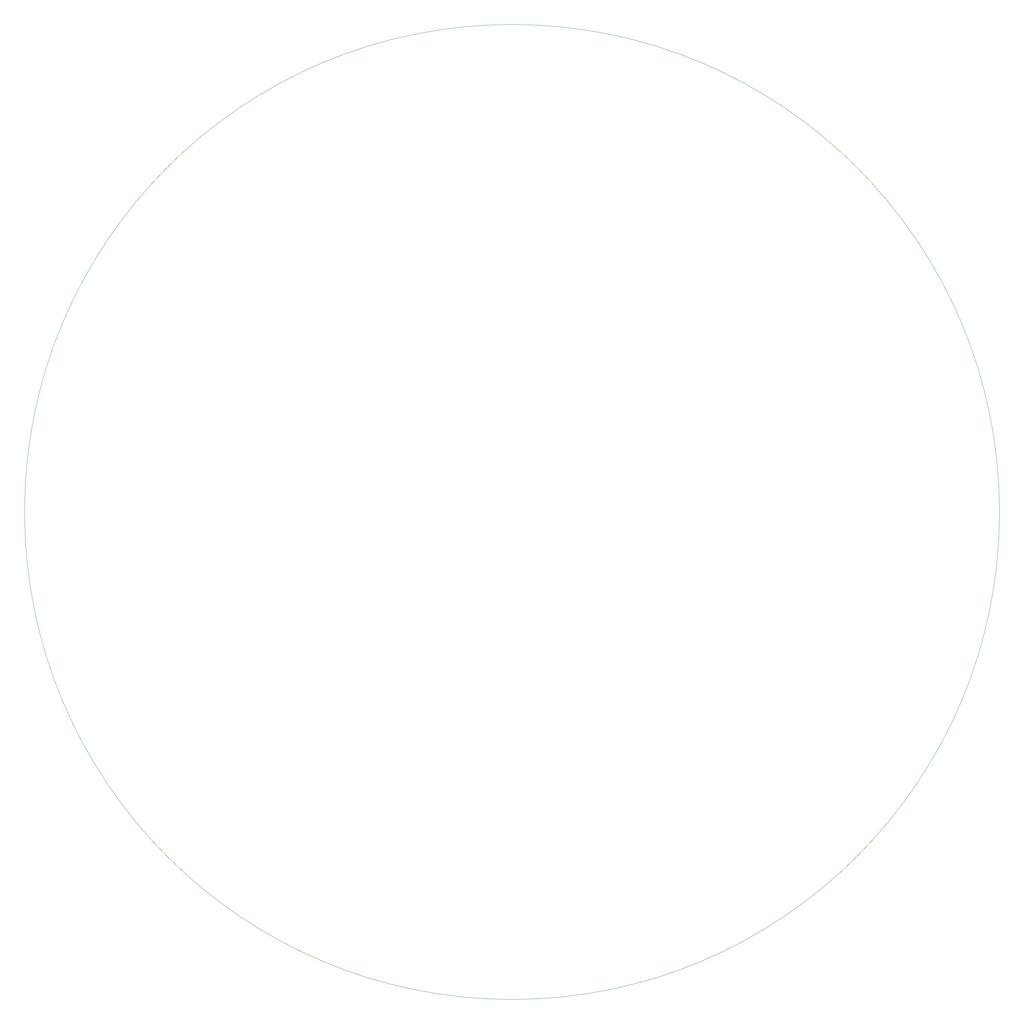
<source format=gm1>
%TF.GenerationSoftware,KiCad,Pcbnew,(6.0.4)*%
%TF.CreationDate,2022-09-10T17:39:23-05:00*%
%TF.ProjectId,CircleBoard,43697263-6c65-4426-9f61-72642e6b6963,rev?*%
%TF.SameCoordinates,Original*%
%TF.FileFunction,Profile,NP*%
%FSLAX46Y46*%
G04 Gerber Fmt 4.6, Leading zero omitted, Abs format (unit mm)*
G04 Created by KiCad (PCBNEW (6.0.4)) date 2022-09-10 17:39:23*
%MOMM*%
%LPD*%
G01*
G04 APERTURE LIST*
%TA.AperFunction,Profile*%
%ADD10C,0.100000*%
%TD*%
G04 APERTURE END LIST*
D10*
X259900000Y-126400000D02*
G75*
G03*
X259900000Y-126400000I-132000000J0D01*
G01*
M02*

</source>
